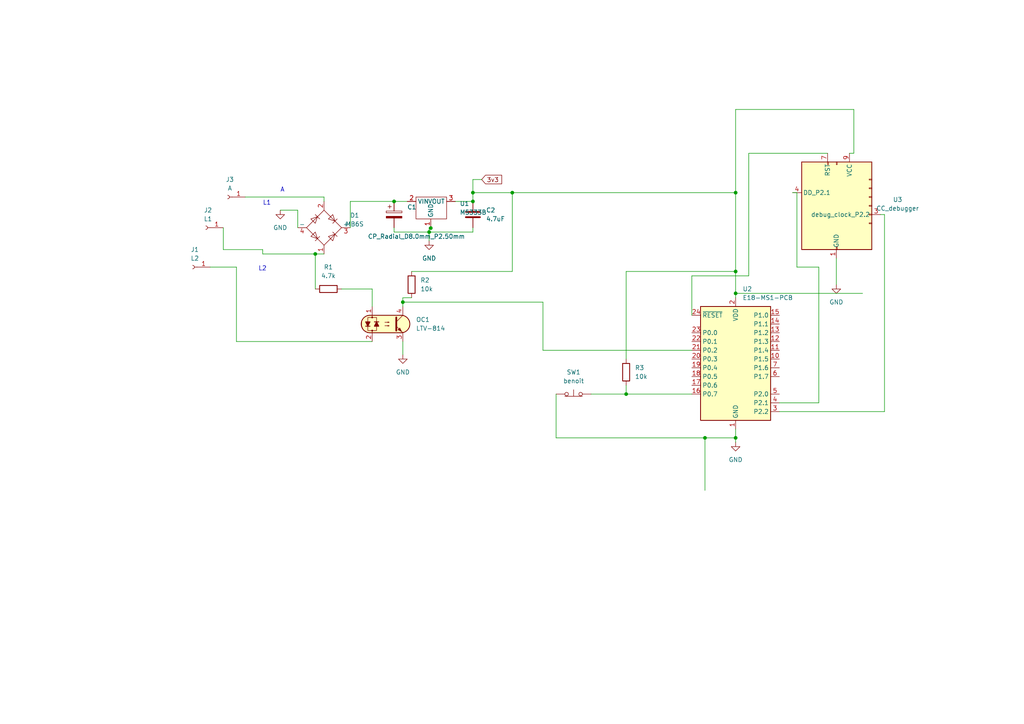
<source format=kicad_sch>
(kicad_sch (version 20211123) (generator eeschema)
  (paper "A4")
  (lib_symbols
    (symbol "Capacitor_AKL:CP_Radial_D8.0mm_P2.50mm" (pin_numbers hide) (pin_names (offset 0.254))
      (property "Reference" "C" (at 0.635 2.54 0))
      (property "Value" "CP_Radial_D8.0mm_P2.50mm" (at 0.635 -2.54 0))
      (symbol "CP_Radial_D8.0mm_P2.50mm_0_1"
        (rectangle (start -2.286 0.508) (end 2.286 1.016))
        (polyline (pts (xy -1.778 2.286) (xy -0.762 2.286)))
        (polyline (pts (xy -1.27 2.794) (xy -1.27 1.778)))
        (rectangle (start 2.286 -0.508) (end -2.286 -1.016) (fill (type outline)))
      )
      (symbol "CP_Radial_D8.0mm_P2.50mm_1_1"
        (pin passive line (at 0 3.81 270) (length 2.794) (name "~") (number "1"))
        (pin passive line (at 0 -3.81 90) (length 2.794) (name "~") (number "2"))
      )
    )
    (symbol "Connector:Conn_01x01_Female" (pin_names (offset 1.016) hide)
      (property "Reference" "J" (at 0 2.54 0))
      (property "Value" "Conn_01x01_Female" (at 0 -2.54 0))
      (symbol "Conn_01x01_Female_1_1"
        (polyline (pts (xy -1.27 0) (xy -0.508 0)) (stroke (width 0.1524)))
        (arc (start 0 0.508) (mid -0.508 0) (end 0 -0.508) (stroke (width 0.1524)))
        (pin passive line (at -5.08 0 0) (length 3.81) (name "Pin_1") (number "1"))
      )
    )
    (symbol "Device:C" (pin_numbers hide) (pin_names (offset 0.254))
      (property "Reference" "C" (at 0.635 2.54 0))
      (property "Value" "C" (at 0.635 -2.54 0))
      (symbol "C_0_1"
        (polyline (pts (xy -2.032 -0.762) (xy 2.032 -0.762)) (stroke (width 0.508)))
        (polyline (pts (xy -2.032 0.762) (xy 2.032 0.762)) (stroke (width 0.508)))
      )
      (symbol "C_1_1"
        (pin passive line (at 0 3.81 270) (length 2.794) (name "~") (number "1"))
        (pin passive line (at 0 -3.81 90) (length 2.794) (name "~") (number "2"))
      )
    )
    (symbol "Device:R" (pin_numbers hide) (pin_names (offset 0))
      (property "Reference" "R" (at 2.032 0 90))
      (property "Value" "R" (at 0 0 90))
      (symbol "R_0_1"
        (rectangle (start -1.016 -2.54) (end 1.016 2.54) (stroke (width 0.254)))
      )
      (symbol "R_1_1"
        (pin passive line (at 0 3.81 270) (length 1.27) (name "~") (number "1"))
        (pin passive line (at 0 -3.81 90) (length 1.27) (name "~") (number "2"))
      )
    )
    (symbol "Diode_Bridge:MB6S" (pin_names (offset 0))
      (property "Reference" "D" (at 2.54 6.985 0))
      (property "Value" "MB6S" (at 2.54 5.08 0))
      (symbol "MB6S_0_1"
        (polyline (pts (xy -2.54 3.81) (xy -1.27 2.54)))
        (polyline (pts (xy -1.27 -2.54) (xy -2.54 -3.81)))
        (polyline (pts (xy 2.54 -1.27) (xy 3.81 -2.54)))
        (polyline (pts (xy 2.54 1.27) (xy 3.81 2.54)))
        (polyline (pts (xy -3.81 2.54) (xy -2.54 1.27) (xy -1.905 3.175) (xy -3.81 2.54)))
        (polyline (pts (xy -2.54 -1.27) (xy -3.81 -2.54) (xy -1.905 -3.175) (xy -2.54 -1.27)))
        (polyline (pts (xy 1.27 2.54) (xy 2.54 3.81) (xy 3.175 1.905) (xy 1.27 2.54)))
        (polyline (pts (xy 3.175 -1.905) (xy 1.27 -2.54) (xy 2.54 -3.81) (xy 3.175 -1.905)))
        (polyline (pts (xy -5.08 0) (xy 0 -5.08) (xy 5.08 0) (xy 0 5.08) (xy -5.08 0)))
      )
      (symbol "MB6S_1_1"
        (pin passive line (at 0 -7.62 90) (length 2.54) (name "~") (number "1"))
        (pin passive line (at 0 7.62 270) (length 2.54) (name "~") (number "2"))
        (pin passive line (at 7.62 0 180) (length 2.54) (name "+") (number "3"))
        (pin passive line (at -7.62 0 0) (length 2.54) (name "-") (number "4"))
      )
    )
    (symbol "Optocoupler_AKL:LTV-814" (pin_names (offset 1.016))
      (property "Reference" "OC" (at 7.62 1.27 0))
      (property "Value" "LTV-814" (at 7.62 -1.27 0))
      (symbol "LTV-814_0_1"
        (arc (start -4.4675 2.54) (mid -6.9851 0) (end -4.4675 -2.54) (stroke (width 0.254)))
        (circle (center -3.81 -1.905) (radius 0.1778) (fill (type outline)))
        (circle (center -3.81 1.905) (radius 0.1778) (fill (type outline)))
        (polyline (pts (xy -5.715 -0.635) (xy -4.445 -0.635)) (stroke (width 0.254)))
        (polyline (pts (xy -4.445 2.54) (xy 4.572 2.54)) (stroke (width 0.254)))
        (polyline (pts (xy -3.81 1.905) (xy -3.81 2.54)) (stroke (width 0.1524)))
        (polyline (pts (xy -1.905 0.635) (xy -3.175 0.635)) (stroke (width 0.254)))
        (polyline (pts (xy 3.175 0.635) (xy 5.08 2.54)))
        (polyline (pts (xy 4.572 -2.54) (xy -4.445 -2.54)) (stroke (width 0.254)))
        (polyline (pts (xy 5.08 -2.54) (xy 3.175 -0.635)) (fill (type outline)))
        (polyline (pts (xy 3.175 1.905) (xy 3.175 -1.905) (xy 3.175 -1.905)) (stroke (width 0.508)))
        (polyline (pts (xy -5.08 -0.635) (xy -5.715 0.635) (xy -4.445 0.635) (xy -5.08 -0.635)) (stroke (width 0.254)) (fill (type outline)))
        (polyline (pts (xy -2.54 0.635) (xy -1.905 -0.635) (xy -3.175 -0.635) (xy -2.54 0.635)) (stroke (width 0.254)) (fill (type outline)))
        (polyline (pts (xy -0.127 -0.508) (xy 1.143 -0.508) (xy 0.762 -0.635) (xy 0.762 -0.381) (xy 1.143 -0.508)))
        (polyline (pts (xy -0.127 0.508) (xy 1.143 0.508) (xy 0.762 0.381) (xy 0.762 0.635) (xy 1.143 0.508)))
        (polyline (pts (xy 3.683 -1.651) (xy 4.191 -1.143) (xy 4.699 -2.159) (xy 3.683 -1.651) (xy 3.683 -1.651)) (fill (type outline)))
        (polyline (pts (xy -3.81 -2.54) (xy -3.81 -1.905) (xy -5.08 -1.905) (xy -5.08 1.905) (xy -2.54 1.905) (xy -2.54 -1.905) (xy -3.81 -1.905)) (stroke (width 0.1524)))
        (polyline (pts (xy -3.81 2.54) (xy 4.826 2.54) (xy 5.334 2.413) (xy 5.969 2.159) (xy 6.604 1.524) (xy 6.985 0.762) (xy 7.112 0) (xy 6.985 -0.889) (xy 6.477 -1.651) (xy 5.969 -2.159) (xy 5.334 -2.413) (xy 4.699 -2.54) (xy -5.08 -2.54) (xy -5.08 -2.54) (xy -5.842 -2.032) (xy -6.35 -1.778) (xy -6.858 -0.508) (xy -6.858 0.254) (xy -6.858 1.016) (xy -6.35 1.778) (xy -5.588 2.286) (xy -4.826 2.54) (xy -3.81 2.54)) (stroke (width 0.01)) (fill (type background)))
        (arc (start 4.5945 -2.54) (mid 7.1121 0) (end 4.5945 2.54) (stroke (width 0.254)))
      )
      (symbol "LTV-814_1_1"
        (pin passive line (at -3.81 5.08 270) (length 2.54) (name "~") (number "1"))
        (pin passive line (at -3.81 -5.08 90) (length 2.54) (name "~") (number "2"))
        (pin passive line (at 5.08 -5.08 90) (length 2.54) (name "~") (number "3"))
        (pin passive line (at 5.08 5.08 270) (length 2.54) (name "~") (number "4"))
      )
    )
    (symbol "RF_Module:E18-MS1-PCB"
      (property "Reference" "U" (at -2.54 21.59 0))
      (property "Value" "E18-MS1-PCB" (at -2.54 19.05 0))
      (symbol "E18-MS1-PCB_0_1"
        (rectangle (start -10.16 17.78) (end 10.16 -15.24) (stroke (width 0.254)) (fill (type background)))
      )
      (symbol "E18-MS1-PCB_1_1"
        (pin power_in line (at 0 -17.78 90) (length 2.54) (name "GND") (number "1"))
        (pin bidirectional line (at 12.7 2.54 180) (length 2.54) (name "P1.5") (number "10"))
        (pin bidirectional line (at 12.7 5.08 180) (length 2.54) (name "P1.4") (number "11"))
        (pin bidirectional line (at 12.7 7.62 180) (length 2.54) (name "P1.3") (number "12"))
        (pin bidirectional line (at 12.7 10.16 180) (length 2.54) (name "P1.2") (number "13"))
        (pin bidirectional line (at 12.7 12.7 180) (length 2.54) (name "P1.1") (number "14"))
        (pin bidirectional line (at 12.7 15.24 180) (length 2.54) (name "P1.0") (number "15"))
        (pin bidirectional line (at -12.7 -7.62 0) (length 2.54) (name "P0.7") (number "16"))
        (pin bidirectional line (at -12.7 -5.08 0) (length 2.54) (name "P0.6") (number "17"))
        (pin bidirectional line (at -12.7 -2.54 0) (length 2.54) (name "P0.5") (number "18"))
        (pin bidirectional line (at -12.7 0 0) (length 2.54) (name "P0.4") (number "19"))
        (pin power_in line (at 0 20.32 270) (length 2.54) (name "VDD") (number "2"))
        (pin bidirectional line (at -12.7 2.54 0) (length 2.54) (name "P0.3") (number "20"))
        (pin bidirectional line (at -12.7 5.08 0) (length 2.54) (name "P0.2") (number "21"))
        (pin bidirectional line (at -12.7 7.62 0) (length 2.54) (name "P0.1") (number "22"))
        (pin bidirectional line (at -12.7 10.16 0) (length 2.54) (name "P0.0") (number "23"))
        (pin input line (at -12.7 15.24 0) (length 2.54) (name "~{RESET}") (number "24"))
        (pin bidirectional line (at 12.7 -12.7 180) (length 2.54) (name "P2.2") (number "3"))
        (pin bidirectional line (at 12.7 -10.16 180) (length 2.54) (name "P2.1") (number "4"))
        (pin bidirectional line (at 12.7 -7.62 180) (length 2.54) (name "P2.0") (number "5"))
        (pin bidirectional line (at 12.7 -2.54 180) (length 2.54) (name "P1.7") (number "6"))
        (pin bidirectional line (at 12.7 0 180) (length 2.54) (name "P1.6") (number "7"))
        (pin no_connect line (at -10.16 -10.16 0) (length 2.54) hide (name "NC") (number "8"))
        (pin no_connect line (at -10.16 -12.7 0) (length 2.54) hide (name "NC") (number "9"))
      )
    )
    (symbol "Switch:SW_Push_Open" (pin_numbers hide) (pin_names (offset 1.016) hide)
      (property "Reference" "SW" (at 0 2.54 0))
      (property "Value" "SW_Push_Open" (at 0 -1.905 0))
      (symbol "SW_Push_Open_0_1"
        (circle (center -2.032 0) (radius 0.508))
        (polyline (pts (xy -2.54 -0.635) (xy 2.54 -0.635)))
        (polyline (pts (xy 0 -0.635) (xy 0 1.27)))
        (circle (center 2.032 0) (radius 0.508))
        (pin passive line (at -5.08 0 0) (length 2.54) (name "A") (number "1"))
      )
      (symbol "SW_Push_Open_1_1"
        (pin passive line (at 5.08 0 180) (length 2.54) (name "B") (number "2"))
      )
    )
    (symbol "cc2530:M5333B"
      (property "Reference" "U" (at 0 0 0))
      (property "Value" "M5333B" (at 0 2.54 0))
      (symbol "M5333B_0_1"
        (rectangle (start 2.54 -2.54) (end 11.43 -8.89))
      )
      (symbol "M5333B_1_1"
        (pin power_in line (at 6.833 -11.5415 90) (length 2.54) (name "GND") (number "1"))
        (pin power_in line (at 0 -3.81 0) (length 2.54) (name "VIN") (number "2"))
        (pin power_in line (at 13.97 -3.81 180) (length 2.54) (name "VOUT") (number "3"))
      )
    )
    (symbol "cc_debugger:CC_debugger"
      (property "Reference" "U" (at 0 0 0))
      (property "Value" "CC_debugger" (at 0 5.08 0))
      (symbol "CC_debugger_0_1"
        (rectangle (start -5.08 -5.08) (end -4.826 -5.842))
        (rectangle (start -2.54 -29.718) (end -2.286 -30.48))
        (rectangle (start -2.54 -5.08) (end -2.286 -5.842))
        (rectangle (start 7.747 -22.733) (end 6.985 -22.987))
        (rectangle (start 7.747 -20.193) (end 6.985 -20.447))
        (rectangle (start 7.747 -17.653) (end 6.985 -17.907))
        (rectangle (start 7.747 -15.113) (end 6.985 -15.367))
        (rectangle (start 7.747 -12.573) (end 6.985 -12.827))
        (rectangle (start 7.747 -10.033) (end 6.985 -10.287))
        (rectangle (start 7.747 -5.08) (end -12.573 -30.48) (stroke (width 0.254)) (fill (type background)))
      )
      (symbol "CC_debugger_1_1"
        (pin input line (at -2.54 -33.02 90) (length 2.54) (name "GND") (number "1"))
        (pin bidirectional line (at 10.287 -20.32 180) (length 2.54) (name "debug_clock_P2.2") (number "3"))
        (pin bidirectional line (at -15.24 -13.97 0) (length 2.54) (name "DD_P2.1") (number "4"))
        (pin input line (at -5.08 -2.54 270) (length 2.54) (name "RST") (number "7"))
        (pin input line (at 1.27 -2.54 270) (length 2.54) (name "VCC") (number "9"))
      )
    )
    (symbol "power:GND" (power) (pin_names (offset 0))
      (property "Value" "GND" (at 0 -3.81 0))
      (symbol "GND_0_1"
        (polyline (pts (xy 0 0) (xy 0 -1.27) (xy 1.27 -1.27) (xy 0 -2.54) (xy -1.27 -1.27) (xy 0 -1.27)))
      )
      (symbol "GND_1_1"
        (pin power_in line (at 0 0 270) (length 0) hide (name "GND") (number "1"))
      )
    )
  )
  (junction (at 213.36 78.74))
  (junction (at 213.36 55.88))
  (junction (at 137.16 55.88))
  (junction (at 213.36 127))
  (junction (at 213.36 85.09))
  (junction (at 124.943 66.1515))
  (junction (at 137.16 58.42))
  (junction (at 91.44 73.66))
  (junction (at 204.47 127))
  (junction (at 181.61 114.3))
  (junction (at 116.84 87.63))
  (junction (at 114.3 58.42))
  (junction (at 124.46 67.31))
  (junction (at 148.59 55.88))
  (wire (pts (xy 91.44 73.66) (xy 93.98 73.66)))
  (wire (pts (xy 101.6 58.42) (xy 114.3 58.42)))
  (wire (pts (xy 81.28 60.96) (xy 86.36 60.96)))
  (wire (pts (xy 148.59 55.88) (xy 137.16 55.88)))
  (wire (pts (xy 255.397 62.23) (xy 256.54 62.23)))
  (wire (pts (xy 91.44 73.66) (xy 91.44 83.82)))
  (wire (pts (xy 148.59 78.74) (xy 148.59 55.88)))
  (wire (pts (xy 116.84 87.63) (xy 157.48 87.63)))
  (wire (pts (xy 246.38 44.45) (xy 247.65 44.45)))
  (wire (pts (xy 157.48 87.63) (xy 157.48 101.6)))
  (wire (pts (xy 99.06 83.82) (xy 107.95 83.82)))
  (wire (pts (xy 181.61 78.74) (xy 213.36 78.74)))
  (wire (pts (xy 124.46 66.04) (xy 124.943 66.04)))
  (wire (pts (xy 161.29 127) (xy 204.47 127)))
  (wire (pts (xy 226.06 116.84) (xy 237.49 116.84)))
  (wire (pts (xy 119.38 78.74) (xy 148.59 78.74)))
  (wire (pts (xy 213.36 31.75) (xy 213.36 55.88)))
  (wire (pts (xy 114.3 67.31) (xy 114.3 66.04)))
  (wire (pts (xy 247.65 31.75) (xy 247.65 44.45)))
  (wire (pts (xy 213.36 124.46) (xy 213.36 127)))
  (wire (pts (xy 200.66 80.01) (xy 200.66 91.44)))
  (wire (pts (xy 116.84 87.63) (xy 116.84 88.9)))
  (wire (pts (xy 213.36 127) (xy 213.36 128.27)))
  (wire (pts (xy 132.08 58.42) (xy 137.16 58.42)))
  (wire (pts (xy 137.16 52.07) (xy 137.16 55.88)))
  (wire (pts (xy 93.98 57.15) (xy 93.98 58.42)))
  (wire (pts (xy 114.3 58.42) (xy 118.11 58.42)))
  (wire (pts (xy 86.36 60.96) (xy 86.36 66.04)))
  (wire (pts (xy 124.46 66.04) (xy 124.46 67.31)))
  (wire (pts (xy 64.77 66.04) (xy 64.77 72.39)))
  (wire (pts (xy 231.14 77.47) (xy 231.14 55.88)))
  (wire (pts (xy 181.61 111.76) (xy 181.61 114.3)))
  (wire (pts (xy 107.95 83.82) (xy 107.95 88.9)))
  (wire (pts (xy 237.49 77.47) (xy 237.49 116.84)))
  (wire (pts (xy 157.48 101.6) (xy 200.66 101.6)))
  (wire (pts (xy 124.943 66.04) (xy 124.943 66.1515)))
  (wire (pts (xy 124.46 67.31) (xy 137.16 67.31)))
  (wire (pts (xy 76.2 73.66) (xy 76.2 72.39)))
  (wire (pts (xy 137.16 67.31) (xy 137.16 66.04)))
  (wire (pts (xy 76.2 73.66) (xy 91.44 73.66)))
  (wire (pts (xy 171.45 114.3) (xy 181.61 114.3)))
  (wire (pts (xy 161.29 114.3) (xy 161.29 127)))
  (wire (pts (xy 181.61 104.14) (xy 181.61 78.74)))
  (wire (pts (xy 124.46 67.31) (xy 124.46 69.85)))
  (wire (pts (xy 204.47 142.24) (xy 204.47 127)))
  (wire (pts (xy 242.57 74.93) (xy 242.57 82.55)))
  (wire (pts (xy 181.61 114.3) (xy 200.66 114.3)))
  (wire (pts (xy 116.84 99.06) (xy 116.84 102.87)))
  (wire (pts (xy 64.77 72.39) (xy 76.2 72.39)))
  (wire (pts (xy 213.36 31.75) (xy 247.65 31.75)))
  (wire (pts (xy 148.59 55.88) (xy 213.36 55.88)))
  (wire (pts (xy 116.84 86.36) (xy 116.84 87.63)))
  (wire (pts (xy 240.03 44.45) (xy 217.17 44.45)))
  (wire (pts (xy 139.7 52.07) (xy 137.16 52.07)))
  (wire (pts (xy 250.19 85.09) (xy 213.36 85.09)))
  (wire (pts (xy 68.58 77.47) (xy 68.58 99.06)))
  (wire (pts (xy 217.17 80.01) (xy 200.66 80.01)))
  (wire (pts (xy 213.36 85.09) (xy 213.36 78.74)))
  (wire (pts (xy 119.38 86.36) (xy 116.84 86.36)))
  (wire (pts (xy 229.87 55.88) (xy 231.14 55.88)))
  (wire (pts (xy 124.46 67.31) (xy 114.3 67.31)))
  (wire (pts (xy 71.12 57.15) (xy 93.98 57.15)))
  (wire (pts (xy 217.17 44.45) (xy 217.17 80.01)))
  (wire (pts (xy 68.58 99.06) (xy 107.95 99.06)))
  (wire (pts (xy 101.6 66.04) (xy 101.6 58.42)))
  (wire (pts (xy 204.47 127) (xy 213.36 127)))
  (wire (pts (xy 237.49 77.47) (xy 231.14 77.47)))
  (wire (pts (xy 213.36 78.74) (xy 213.36 55.88)))
  (wire (pts (xy 256.54 119.38) (xy 226.06 119.38)))
  (wire (pts (xy 68.58 77.47) (xy 60.96 77.47)))
  (wire (pts (xy 256.54 62.23) (xy 256.54 119.38)))
  (wire (pts (xy 137.16 55.88) (xy 137.16 58.42)))
  (wire (pts (xy 213.36 86.36) (xy 213.36 85.09)))
  (text "A\n" (at 81.28 55.88 0) (effects (font (size 1.27 1.27)) (justify left bottom)))
  (text "L1" (at 76.2 59.69 0) (effects (font (size 1.27 1.27)) (justify left bottom)))
  (text "L2" (at 74.93 78.74 0) (effects (font (size 1.27 1.27)) (justify left bottom)))
  (global_label "3v3" (shape input) (at 139.7 52.07 0) (property "Intersheet References" "${INTERSHEET_REFS}" (effects hide)))
  (symbol (lib_id "power:GND") (at 213.36 128.27 0) (unit 1)
    (property "Reference" "#PWR0105" (effects hide))
    (property "Value" "GND" (at 213.36 133.35 0))
  )
  (symbol (lib_id "cc2530:M5333B") (at 118.11 54.61 0) (unit 1)
    (property "Reference" "U1" (at 133.35 59.0549 0) (effects (justify left)))
    (property "Value" "M5333B" (at 133.35 61.5949 0) (effects (justify left)))
    (property "Footprint" "Package_TO_SOT_SMD:SOT-89-3_Handsoldering" (effects hide))
  )
  (symbol (lib_id "power:GND") (at 116.84 102.87 0) (unit 1)
    (property "Reference" "#PWR0103" (effects hide))
    (property "Value" "GND" (at 116.84 107.95 0))
  )
  (symbol (lib_id "Device:C") (at 137.16 62.23 0) (unit 1)
    (property "Reference" "C2" (at 140.97 60.9599 0) (effects (justify left)))
    (property "Value" "4.7uF" (at 140.97 63.4999 0) (effects (justify left)))
    (property "Footprint" "Capacitor_SMD:C_0603_1608Metric" (effects hide))
  )
  (symbol (lib_id "Diode_Bridge:MB6S") (at 93.98 66.04 0) (unit 1)
    (property "Reference" "D1" (at 102.87 62.4586 0))
    (property "Value" "MB6S" (at 102.87 64.9986 0))
    (property "Footprint" "Package_TO_SOT_SMD:TO-269AA" (effects hide))
    (property "Datasheet" "http://www.vishay.com/docs/88573/dfs.pdf" (effects hide))
  )
  (symbol (lib_id "Switch:SW_Push_Open") (at 166.37 114.3 0) (unit 1)
    (property "Reference" "SW1" (at 166.37 107.95 0))
    (property "Value" "benoit" (at 166.37 110.49 0))
    (property "Footprint" "Library:interrupteur" (effects hide))
  )
  (symbol (lib_id "power:GND") (at 124.46 69.85 0) (unit 1)
    (property "Reference" "#PWR0102" (effects hide))
    (property "Value" "GND" (at 124.46 74.93 0))
  )
  (symbol (lib_id "Device:R") (at 95.25 83.82 90) (unit 1)
    (property "Reference" "R1" (at 95.25 77.47 90))
    (property "Value" "4.7k" (at 95.25 80.01 90))
    (property "Footprint" "Resistor_SMD:R_0603_1608Metric_Pad0.98x0.95mm_HandSolder" (effects hide))
  )
  (symbol (lib_id "Connector:Conn_01x01_Female") (at 59.69 66.04 180) (unit 1)
    (property "Reference" "J2" (at 60.325 60.96 0))
    (property "Value" "L1" (at 60.325 63.5 0))
    (property "Footprint" "TestPoint:TestPoint_Loop_D2.54mm_Drill1.5mm_Beaded" (effects hide))
  )
  (symbol (lib_id "Connector:Conn_01x01_Female") (at 66.04 57.15 180) (unit 1)
    (property "Reference" "J3" (at 66.675 52.07 0))
    (property "Value" "A" (at 66.675 54.61 0))
    (property "Footprint" "TestPoint:TestPoint_Loop_D2.54mm_Drill1.5mm_Beaded" (effects hide))
  )
  (symbol (lib_id "Optocoupler_AKL:LTV-814") (at 111.76 93.98 0) (unit 1)
    (property "Reference" "OC1" (at 120.65 92.7099 0) (effects (justify left)))
    (property "Value" "LTV-814" (at 120.65 95.2499 0) (effects (justify left)))
    (property "Footprint" "Package_DIP_AKL:DIP-4_W7.62mm_LongPads" (effects hide))
    (property "Datasheet" "https://www.tme.eu/Document/cddc5416cbcd80bc288c068da5f3c02a/LTV-814S.pdf" (effects hide))
  )
  (symbol (lib_id "Device:R") (at 181.61 107.95 180) (unit 1)
    (property "Reference" "R3" (at 184.15 106.6799 0) (effects (justify right)))
    (property "Value" "10k" (at 184.15 109.2199 0) (effects (justify right)))
    (property "Footprint" "Resistor_SMD:R_0603_1608Metric_Pad0.98x0.95mm_HandSolder" (effects hide))
  )
  (symbol (lib_id "cc_debugger:CC_debugger") (at 245.11 41.91 0) (unit 1)
    (property "Reference" "U3" (at 260.35 57.8993 0))
    (property "Value" "CC_debugger" (at 260.35 60.4393 0))
    (property "Footprint" "Connector_IDC:IDC-Header_2x05_P2.54mm_Vertical" (effects hide))
  )
  (symbol (lib_id "Device:R") (at 119.38 82.55 180) (unit 1)
    (property "Reference" "R2" (at 121.92 81.2799 0) (effects (justify right)))
    (property "Value" "10k" (at 121.92 83.8199 0) (effects (justify right)))
    (property "Footprint" "Resistor_SMD:R_0603_1608Metric_Pad0.98x0.95mm_HandSolder" (effects hide))
  )
  (symbol (lib_id "Capacitor_AKL:CP_Radial_D8.0mm_P2.50mm") (at 114.3 62.23 0) (unit 1)
    (property "Reference" "C1" (at 118.11 60.0709 0) (effects (justify left)))
    (property "Value" "CP_Radial_D8.0mm_P2.50mm" (at 106.68 68.58 0) (effects (justify left)))
    (property "Footprint" "Capacitor_THT_AKL:CP_Radial_D8.0mm_P2.50mm" (effects hide))
  )
  (symbol (lib_id "power:GND") (at 81.28 60.96 0) (unit 1)
    (property "Reference" "#PWR0101" (effects hide))
    (property "Value" "GND" (at 81.28 66.04 0))
  )
  (symbol (lib_id "RF_Module:E18-MS1-PCB") (at 213.36 106.68 0) (unit 1)
    (property "Reference" "U2" (at 215.3794 83.82 0) (effects (justify left)))
    (property "Value" "E18-MS1-PCB" (at 215.3794 86.36 0) (effects (justify left)))
    (property "Footprint" "RF_Module:E18-MS1-PCB" (effects hide))
    (property "Datasheet" "http://www.cdebyte.com/en/downpdf.aspx?id=122" (effects hide))
  )
  (symbol (lib_id "power:GND") (at 242.57 82.55 0) (unit 1)
    (property "Reference" "#PWR0104" (effects hide))
    (property "Value" "GND" (at 242.57 87.63 0))
  )
  (symbol (lib_id "Connector:Conn_01x01_Female") (at 55.88 77.47 180) (unit 1)
    (property "Reference" "J1" (at 56.515 72.39 0))
    (property "Value" "L2" (at 56.515 74.93 0))
    (property "Footprint" "TestPoint:TestPoint_Loop_D2.54mm_Drill1.5mm_Beaded" (effects hide))
  )
)
</source>
